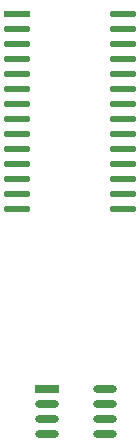
<source format=gtp>
%FSLAX25Y25*%
%MOIN*%
G70*
G01*
G75*
G04 Layer_Color=8421504*
%ADD10C,0.02000*%
%ADD11C,0.01500*%
%ADD12O,0.09000X0.02000*%
%ADD13R,0.09000X0.02000*%
%ADD14O,0.08000X0.02500*%
%ADD15R,0.08000X0.02500*%
%ADD16C,0.01000*%
%ADD17C,0.05100*%
%ADD18R,0.05906X0.05906*%
%ADD19C,0.05906*%
%ADD20C,0.05512*%
%ADD21R,0.05906X0.05906*%
%ADD22C,0.06000*%
%ADD23C,0.00787*%
D12*
X539933Y331500D02*
D03*
Y336500D02*
D03*
Y341500D02*
D03*
Y346500D02*
D03*
Y351500D02*
D03*
Y356500D02*
D03*
Y361500D02*
D03*
Y366500D02*
D03*
Y371500D02*
D03*
Y376500D02*
D03*
Y381500D02*
D03*
Y386500D02*
D03*
Y391500D02*
D03*
Y396500D02*
D03*
X504500Y331500D02*
D03*
Y336500D02*
D03*
Y341500D02*
D03*
Y346500D02*
D03*
Y351500D02*
D03*
Y356500D02*
D03*
Y361500D02*
D03*
Y366500D02*
D03*
Y371500D02*
D03*
Y376500D02*
D03*
Y381500D02*
D03*
Y386500D02*
D03*
Y391500D02*
D03*
D13*
Y396500D02*
D03*
D14*
X534000Y256500D02*
D03*
Y261500D02*
D03*
Y266500D02*
D03*
Y271500D02*
D03*
X514500Y256500D02*
D03*
Y261500D02*
D03*
Y266500D02*
D03*
D15*
Y271500D02*
D03*
M02*

</source>
